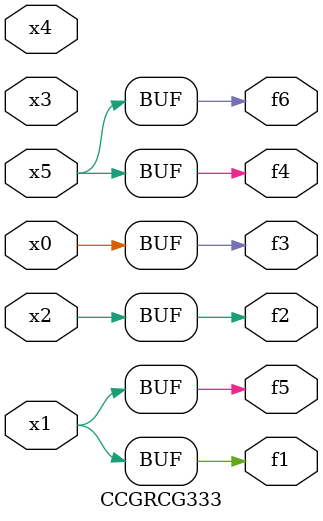
<source format=v>
module CCGRCG333(
	input x0, x1, x2, x3, x4, x5,
	output f1, f2, f3, f4, f5, f6
);
	assign f1 = x1;
	assign f2 = x2;
	assign f3 = x0;
	assign f4 = x5;
	assign f5 = x1;
	assign f6 = x5;
endmodule

</source>
